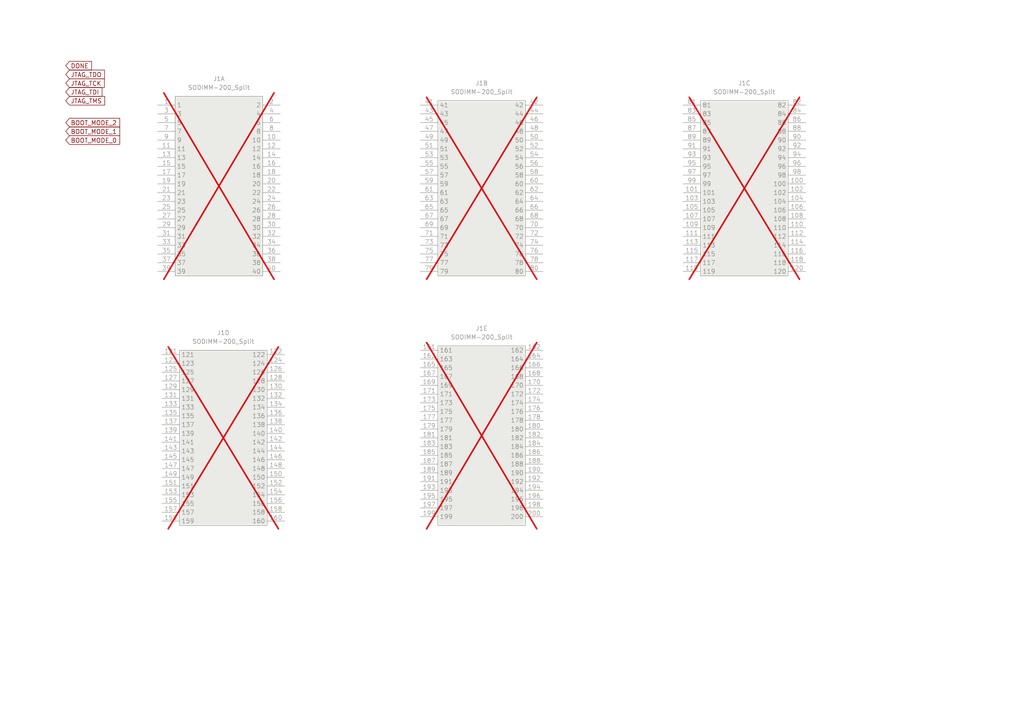
<source format=kicad_sch>
(kicad_sch (version 20250114) (generator "eeschema") (generator_version "9.0")
  (paper "A4")
  (lib_symbols
    (symbol "Connector:SODIMM-200_Split"
      (property "Reference" "J" (at 0 1.27 0))
      (property "Value" "SODIMM-200_Split" (at 0 -1.27 0))
      (symbol "SODIMM-200_Split_1_1"
        (rectangle (start -12.7 25.4) (end 12.7 -26.67) (fill (type background)))
        (pin passive line (at -17.78 22.86 0) (length 5.08) (name "1") (number "1"))
        (pin passive line (at -17.78 20.32 0) (length 5.08) (name "3") (number "3"))
        (pin passive line (at -17.78 17.78 0) (length 5.08) (name "5") (number "5"))
        (pin passive line (at -17.78 15.24 0) (length 5.08) (name "7") (number "7"))
        (pin passive line (at -17.78 12.7 0) (length 5.08) (name "9") (number "9"))
        (pin passive line (at -17.78 10.16 0) (length 5.08) (name "11") (number "11"))
        (pin passive line (at -17.78 7.62 0) (length 5.08) (name "13") (number "13"))
        (pin passive line (at -17.78 5.08 0) (length 5.08) (name "15") (number "15"))
        (pin passive line (at -17.78 2.54 0) (length 5.08) (name "17") (number "17"))
        (pin passive line (at -17.78 0 0) (length 5.08) (name "19") (number "19"))
        (pin passive line (at -17.78 -2.54 0) (length 5.08) (name "21") (number "21"))
        (pin passive line (at -17.78 -5.08 0) (length 5.08) (name "23") (number "23"))
        (pin passive line (at -17.78 -7.62 0) (length 5.08) (name "25") (number "25"))
        (pin passive line (at -17.78 -10.16 0) (length 5.08) (name "27") (number "27"))
        (pin passive line (at -17.78 -12.7 0) (length 5.08) (name "29") (number "29"))
        (pin passive line (at -17.78 -15.24 0) (length 5.08) (name "31") (number "31"))
        (pin passive line (at -17.78 -17.78 0) (length 5.08) (name "33") (number "33"))
        (pin passive line (at -17.78 -20.32 0) (length 5.08) (name "35") (number "35"))
        (pin passive line (at -17.78 -22.86 0) (length 5.08) (name "37") (number "37"))
        (pin passive line (at -17.78 -25.4 0) (length 5.08) (name "39") (number "39"))
        (pin passive line (at 17.78 22.86 180) (length 5.08) (name "2") (number "2"))
        (pin passive line (at 17.78 20.32 180) (length 5.08) (name "4") (number "4"))
        (pin passive line (at 17.78 17.78 180) (length 5.08) (name "6") (number "6"))
        (pin passive line (at 17.78 15.24 180) (length 5.08) (name "8") (number "8"))
        (pin passive line (at 17.78 12.7 180) (length 5.08) (name "10") (number "10"))
        (pin passive line (at 17.78 10.16 180) (length 5.08) (name "12") (number "12"))
        (pin passive line (at 17.78 7.62 180) (length 5.08) (name "14") (number "14"))
        (pin passive line (at 17.78 5.08 180) (length 5.08) (name "16") (number "16"))
        (pin passive line (at 17.78 2.54 180) (length 5.08) (name "18") (number "18"))
        (pin passive line (at 17.78 0 180) (length 5.08) (name "20") (number "20"))
        (pin passive line (at 17.78 -2.54 180) (length 5.08) (name "22") (number "22"))
        (pin passive line (at 17.78 -5.08 180) (length 5.08) (name "24") (number "24"))
        (pin passive line (at 17.78 -7.62 180) (length 5.08) (name "26") (number "26"))
        (pin passive line (at 17.78 -10.16 180) (length 5.08) (name "28") (number "28"))
        (pin passive line (at 17.78 -12.7 180) (length 5.08) (name "30") (number "30"))
        (pin passive line (at 17.78 -15.24 180) (length 5.08) (name "32") (number "32"))
        (pin passive line (at 17.78 -17.78 180) (length 5.08) (name "34") (number "34"))
        (pin passive line (at 17.78 -20.32 180) (length 5.08) (name "36") (number "36"))
        (pin passive line (at 17.78 -22.86 180) (length 5.08) (name "38") (number "38"))
        (pin passive line (at 17.78 -25.4 180) (length 5.08) (name "40") (number "40"))
      )
      (symbol "SODIMM-200_Split_2_1"
        (rectangle (start -12.7 -26.67) (end 12.7 24.13) (fill (type background)))
        (pin passive line (at -17.78 22.86 0) (length 5.08) (name "41") (number "41"))
        (pin passive line (at -17.78 20.32 0) (length 5.08) (name "43") (number "43"))
        (pin passive line (at -17.78 17.78 0) (length 5.08) (name "45") (number "45"))
        (pin passive line (at -17.78 15.24 0) (length 5.08) (name "47") (number "47"))
        (pin passive line (at -17.78 12.7 0) (length 5.08) (name "49") (number "49"))
        (pin passive line (at -17.78 10.16 0) (length 5.08) (name "51") (number "51"))
        (pin passive line (at -17.78 7.62 0) (length 5.08) (name "53") (number "53"))
        (pin passive line (at -17.78 5.08 0) (length 5.08) (name "55") (number "55"))
        (pin passive line (at -17.78 2.54 0) (length 5.08) (name "57") (number "57"))
        (pin passive line (at -17.78 0 0) (length 5.08) (name "59") (number "59"))
        (pin passive line (at -17.78 -2.54 0) (length 5.08) (name "61") (number "61"))
        (pin passive line (at -17.78 -5.08 0) (length 5.08) (name "63") (number "63"))
        (pin passive line (at -17.78 -7.62 0) (length 5.08) (name "65") (number "65"))
        (pin passive line (at -17.78 -10.16 0) (length 5.08) (name "67") (number "67"))
        (pin passive line (at -17.78 -12.7 0) (length 5.08) (name "69") (number "69"))
        (pin passive line (at -17.78 -15.24 0) (length 5.08) (name "71") (number "71"))
        (pin passive line (at -17.78 -17.78 0) (length 5.08) (name "73") (number "73"))
        (pin passive line (at -17.78 -20.32 0) (length 5.08) (name "75") (number "75"))
        (pin passive line (at -17.78 -22.86 0) (length 5.08) (name "77") (number "77"))
        (pin passive line (at -17.78 -25.4 0) (length 5.08) (name "79") (number "79"))
        (pin passive line (at 17.78 22.86 180) (length 5.08) (name "42") (number "42"))
        (pin passive line (at 17.78 20.32 180) (length 5.08) (name "44") (number "44"))
        (pin passive line (at 17.78 17.78 180) (length 5.08) (name "46") (number "46"))
        (pin passive line (at 17.78 15.24 180) (length 5.08) (name "48") (number "48"))
        (pin passive line (at 17.78 12.7 180) (length 5.08) (name "50") (number "50"))
        (pin passive line (at 17.78 10.16 180) (length 5.08) (name "52") (number "52"))
        (pin passive line (at 17.78 7.62 180) (length 5.08) (name "54") (number "54"))
        (pin passive line (at 17.78 5.08 180) (length 5.08) (name "56") (number "56"))
        (pin passive line (at 17.78 2.54 180) (length 5.08) (name "58") (number "58"))
        (pin passive line (at 17.78 0 180) (length 5.08) (name "60") (number "60"))
        (pin passive line (at 17.78 -2.54 180) (length 5.08) (name "62") (number "62"))
        (pin passive line (at 17.78 -5.08 180) (length 5.08) (name "64") (number "64"))
        (pin passive line (at 17.78 -7.62 180) (length 5.08) (name "66") (number "66"))
        (pin passive line (at 17.78 -10.16 180) (length 5.08) (name "68") (number "68"))
        (pin passive line (at 17.78 -12.7 180) (length 5.08) (name "70") (number "70"))
        (pin passive line (at 17.78 -15.24 180) (length 5.08) (name "72") (number "72"))
        (pin passive line (at 17.78 -17.78 180) (length 5.08) (name "74") (number "74"))
        (pin passive line (at 17.78 -20.32 180) (length 5.08) (name "76") (number "76"))
        (pin passive line (at 17.78 -22.86 180) (length 5.08) (name "78") (number "78"))
        (pin passive line (at 17.78 -25.4 180) (length 5.08) (name "80") (number "80"))
      )
      (symbol "SODIMM-200_Split_3_1"
        (rectangle (start -12.7 24.13) (end 12.7 -26.67) (fill (type background)))
        (pin passive line (at -17.78 22.86 0) (length 5.08) (name "81") (number "81"))
        (pin passive line (at -17.78 20.32 0) (length 5.08) (name "83") (number "83"))
        (pin passive line (at -17.78 17.78 0) (length 5.08) (name "85") (number "85"))
        (pin passive line (at -17.78 15.24 0) (length 5.08) (name "87") (number "87"))
        (pin passive line (at -17.78 12.7 0) (length 5.08) (name "89") (number "89"))
        (pin passive line (at -17.78 10.16 0) (length 5.08) (name "91") (number "91"))
        (pin passive line (at -17.78 7.62 0) (length 5.08) (name "93") (number "93"))
        (pin passive line (at -17.78 5.08 0) (length 5.08) (name "95") (number "95"))
        (pin passive line (at -17.78 2.54 0) (length 5.08) (name "97") (number "97"))
        (pin passive line (at -17.78 0 0) (length 5.08) (name "99") (number "99"))
        (pin passive line (at -17.78 -2.54 0) (length 5.08) (name "101") (number "101"))
        (pin passive line (at -17.78 -5.08 0) (length 5.08) (name "103") (number "103"))
        (pin passive line (at -17.78 -7.62 0) (length 5.08) (name "105") (number "105"))
        (pin passive line (at -17.78 -10.16 0) (length 5.08) (name "107") (number "107"))
        (pin passive line (at -17.78 -12.7 0) (length 5.08) (name "109") (number "109"))
        (pin passive line (at -17.78 -15.24 0) (length 5.08) (name "111") (number "111"))
        (pin passive line (at -17.78 -17.78 0) (length 5.08) (name "113") (number "113"))
        (pin passive line (at -17.78 -20.32 0) (length 5.08) (name "115") (number "115"))
        (pin passive line (at -17.78 -22.86 0) (length 5.08) (name "117") (number "117"))
        (pin passive line (at -17.78 -25.4 0) (length 5.08) (name "119") (number "119"))
        (pin passive line (at 17.78 22.86 180) (length 5.08) (name "82") (number "82"))
        (pin passive line (at 17.78 20.32 180) (length 5.08) (name "84") (number "84"))
        (pin passive line (at 17.78 17.78 180) (length 5.08) (name "86") (number "86"))
        (pin passive line (at 17.78 15.24 180) (length 5.08) (name "88") (number "88"))
        (pin passive line (at 17.78 12.7 180) (length 5.08) (name "90") (number "90"))
        (pin passive line (at 17.78 10.16 180) (length 5.08) (name "92") (number "92"))
        (pin passive line (at 17.78 7.62 180) (length 5.08) (name "94") (number "94"))
        (pin passive line (at 17.78 5.08 180) (length 5.08) (name "96") (number "96"))
        (pin passive line (at 17.78 2.54 180) (length 5.08) (name "98") (number "98"))
        (pin passive line (at 17.78 0 180) (length 5.08) (name "100") (number "100"))
        (pin passive line (at 17.78 -2.54 180) (length 5.08) (name "102") (number "102"))
        (pin passive line (at 17.78 -5.08 180) (length 5.08) (name "104") (number "104"))
        (pin passive line (at 17.78 -7.62 180) (length 5.08) (name "106") (number "106"))
        (pin passive line (at 17.78 -10.16 180) (length 5.08) (name "108") (number "108"))
        (pin passive line (at 17.78 -12.7 180) (length 5.08) (name "110") (number "110"))
        (pin passive line (at 17.78 -15.24 180) (length 5.08) (name "112") (number "112"))
        (pin passive line (at 17.78 -17.78 180) (length 5.08) (name "114") (number "114"))
        (pin passive line (at 17.78 -20.32 180) (length 5.08) (name "116") (number "116"))
        (pin passive line (at 17.78 -22.86 180) (length 5.08) (name "118") (number "118"))
        (pin passive line (at 17.78 -25.4 180) (length 5.08) (name "120") (number "120"))
      )
      (symbol "SODIMM-200_Split_4_1"
        (rectangle (start -12.7 24.13) (end 12.7 -26.67) (fill (type background)))
        (pin passive line (at -17.78 22.86 0) (length 5.08) (name "121") (number "121"))
        (pin passive line (at -17.78 20.32 0) (length 5.08) (name "123") (number "123"))
        (pin passive line (at -17.78 17.78 0) (length 5.08) (name "125") (number "125"))
        (pin passive line (at -17.78 15.24 0) (length 5.08) (name "127") (number "127"))
        (pin passive line (at -17.78 12.7 0) (length 5.08) (name "129") (number "129"))
        (pin passive line (at -17.78 10.16 0) (length 5.08) (name "131") (number "131"))
        (pin passive line (at -17.78 7.62 0) (length 5.08) (name "133") (number "133"))
        (pin passive line (at -17.78 5.08 0) (length 5.08) (name "135") (number "135"))
        (pin passive line (at -17.78 2.54 0) (length 5.08) (name "137") (number "137"))
        (pin passive line (at -17.78 0 0) (length 5.08) (name "139") (number "139"))
        (pin passive line (at -17.78 -2.54 0) (length 5.08) (name "141") (number "141"))
        (pin passive line (at -17.78 -5.08 0) (length 5.08) (name "143") (number "143"))
        (pin passive line (at -17.78 -7.62 0) (length 5.08) (name "145") (number "145"))
        (pin passive line (at -17.78 -10.16 0) (length 5.08) (name "147") (number "147"))
        (pin passive line (at -17.78 -12.7 0) (length 5.08) (name "149") (number "149"))
        (pin passive line (at -17.78 -15.24 0) (length 5.08) (name "151") (number "151"))
        (pin passive line (at -17.78 -17.78 0) (length 5.08) (name "153") (number "153"))
        (pin passive line (at -17.78 -20.32 0) (length 5.08) (name "155") (number "155"))
        (pin passive line (at -17.78 -22.86 0) (length 5.08) (name "157") (number "157"))
        (pin passive line (at -17.78 -25.4 0) (length 5.08) (name "159") (number "159"))
        (pin passive line (at 17.78 22.86 180) (length 5.08) (name "122") (number "122"))
        (pin passive line (at 17.78 20.32 180) (length 5.08) (name "124") (number "124"))
        (pin passive line (at 17.78 17.78 180) (length 5.08) (name "126") (number "126"))
        (pin passive line (at 17.78 15.24 180) (length 5.08) (name "128") (number "128"))
        (pin passive line (at 17.78 12.7 180) (length 5.08) (name "130") (number "130"))
        (pin passive line (at 17.78 10.16 180) (length 5.08) (name "132") (number "132"))
        (pin passive line (at 17.78 7.62 180) (length 5.08) (name "134") (number "134"))
        (pin passive line (at 17.78 5.08 180) (length 5.08) (name "136") (number "136"))
        (pin passive line (at 17.78 2.54 180) (length 5.08) (name "138") (number "138"))
        (pin passive line (at 17.78 0 180) (length 5.08) (name "140") (number "140"))
        (pin passive line (at 17.78 -2.54 180) (length 5.08) (name "142") (number "142"))
        (pin passive line (at 17.78 -5.08 180) (length 5.08) (name "144") (number "144"))
        (pin passive line (at 17.78 -7.62 180) (length 5.08) (name "146") (number "146"))
        (pin passive line (at 17.78 -10.16 180) (length 5.08) (name "148") (number "148"))
        (pin passive line (at 17.78 -12.7 180) (length 5.08) (name "150") (number "150"))
        (pin passive line (at 17.78 -15.24 180) (length 5.08) (name "152") (number "152"))
        (pin passive line (at 17.78 -17.78 180) (length 5.08) (name "154") (number "154"))
        (pin passive line (at 17.78 -20.32 180) (length 5.08) (name "156") (number "156"))
        (pin passive line (at 17.78 -22.86 180) (length 5.08) (name "158") (number "158"))
        (pin passive line (at 17.78 -25.4 180) (length 5.08) (name "160") (number "160"))
      )
      (symbol "SODIMM-200_Split_5_1"
        (rectangle (start -12.7 24.13) (end 12.7 -27.94) (fill (type background)))
        (pin passive line (at -17.78 22.86 0) (length 5.08) (name "161") (number "161"))
        (pin passive line (at -17.78 20.32 0) (length 5.08) (name "163") (number "163"))
        (pin passive line (at -17.78 17.78 0) (length 5.08) (name "165") (number "165"))
        (pin passive line (at -17.78 15.24 0) (length 5.08) (name "167") (number "167"))
        (pin passive line (at -17.78 12.7 0) (length 5.08) (name "169") (number "169"))
        (pin passive line (at -17.78 10.16 0) (length 5.08) (name "171") (number "171"))
        (pin passive line (at -17.78 7.62 0) (length 5.08) (name "173") (number "173"))
        (pin passive line (at -17.78 5.08 0) (length 5.08) (name "175") (number "175"))
        (pin passive line (at -17.78 2.54 0) (length 5.08) (name "177") (number "177"))
        (pin passive line (at -17.78 0 0) (length 5.08) (name "179") (number "179"))
        (pin passive line (at -17.78 -2.54 0) (length 5.08) (name "181") (number "181"))
        (pin passive line (at -17.78 -5.08 0) (length 5.08) (name "183") (number "183"))
        (pin passive line (at -17.78 -7.62 0) (length 5.08) (name "185") (number "185"))
        (pin passive line (at -17.78 -10.16 0) (length 5.08) (name "187") (number "187"))
        (pin passive line (at -17.78 -12.7 0) (length 5.08) (name "189") (number "189"))
        (pin passive line (at -17.78 -15.24 0) (length 5.08) (name "191") (number "191"))
        (pin passive line (at -17.78 -17.78 0) (length 5.08) (name "193") (number "193"))
        (pin passive line (at -17.78 -20.32 0) (length 5.08) (name "195") (number "195"))
        (pin passive line (at -17.78 -22.86 0) (length 5.08) (name "197") (number "197"))
        (pin passive line (at -17.78 -25.4 0) (length 5.08) (name "199") (number "199"))
        (pin passive line (at 17.78 22.86 180) (length 5.08) (name "162") (number "162"))
        (pin passive line (at 17.78 20.32 180) (length 5.08) (name "164") (number "164"))
        (pin passive line (at 17.78 17.78 180) (length 5.08) (name "166") (number "166"))
        (pin passive line (at 17.78 15.24 180) (length 5.08) (name "168") (number "168"))
        (pin passive line (at 17.78 12.7 180) (length 5.08) (name "170") (number "170"))
        (pin passive line (at 17.78 10.16 180) (length 5.08) (name "172") (number "172"))
        (pin passive line (at 17.78 7.62 180) (length 5.08) (name "174") (number "174"))
        (pin passive line (at 17.78 5.08 180) (length 5.08) (name "176") (number "176"))
        (pin passive line (at 17.78 2.54 180) (length 5.08) (name "178") (number "178"))
        (pin passive line (at 17.78 0 180) (length 5.08) (name "180") (number "180"))
        (pin passive line (at 17.78 -2.54 180) (length 5.08) (name "182") (number "182"))
        (pin passive line (at 17.78 -5.08 180) (length 5.08) (name "184") (number "184"))
        (pin passive line (at 17.78 -7.62 180) (length 5.08) (name "186") (number "186"))
        (pin passive line (at 17.78 -10.16 180) (length 5.08) (name "188") (number "188"))
        (pin passive line (at 17.78 -12.7 180) (length 5.08) (name "190") (number "190"))
        (pin passive line (at 17.78 -15.24 180) (length 5.08) (name "192") (number "192"))
        (pin passive line (at 17.78 -17.78 180) (length 5.08) (name "194") (number "194"))
        (pin passive line (at 17.78 -20.32 180) (length 5.08) (name "196") (number "196"))
        (pin passive line (at 17.78 -22.86 180) (length 5.08) (name "198") (number "198"))
        (pin passive line (at 17.78 -25.4 180) (length 5.08) (name "200") (number "200"))
      )
    )
  )
  (global_label "JTAG_TDI" (shape input) (at 19.05 26.67 0) (property "Intersheetrefs" "${INTERSHEET_REFS}" (effects (hide yes))))
  (global_label "BOOT_MODE_2" (shape input) (at 19.05 35.56 0) (property "Intersheetrefs" "${INTERSHEET_REFS}" (effects (hide yes))))
  (global_label "JTAG_TCK" (shape input) (at 19.05 24.13 0) (property "Intersheetrefs" "${INTERSHEET_REFS}" (effects (hide yes))))
  (global_label "BOOT_MODE_1" (shape input) (at 19.05 38.1 0) (property "Intersheetrefs" "${INTERSHEET_REFS}" (effects (hide yes))))
  (global_label "JTAG_TDO" (shape input) (at 19.05 21.59 0) (property "Intersheetrefs" "${INTERSHEET_REFS}" (effects (hide yes))))
  (global_label "BOOT_MODE_0" (shape input) (at 19.05 40.64 0) (property "Intersheetrefs" "${INTERSHEET_REFS}" (effects (hide yes))))
  (global_label "DONE" (shape input) (at 19.05 19.05 0) (property "Intersheetrefs" "${INTERSHEET_REFS}" (effects (hide yes))))
  (global_label "JTAG_TMS" (shape input) (at 19.05 29.21 0) (property "Intersheetrefs" "${INTERSHEET_REFS}" (effects (hide yes))))
  (symbol (lib_id "Connector:SODIMM-200_Split") (at 139.7 53.34 0) (unit 2) (dnp yes)
    (property "Reference" "J1" (at 139.7 24.13 0))
    (property "Value" "SODIMM-200_Split" (at 139.7 26.67 0))
    (property "Footprint" "Connector_PCBEdge:SODIMM-200_1.8V_Card_edge" (effects (hide yes)))
    (property "Description" "SODIMM 200 Pin socket" (effects (hide yes)))
    (property "Manufacturer" "TE Connectivity " (effects (hide yes)))
    (property "MPN" "1473005-4 " (effects (hide yes)))
  )
  (symbol (lib_id "Connector:SODIMM-200_Split") (at 64.77 125.73 0) (unit 4) (dnp yes)
    (property "Reference" "J1" (at 64.77 96.52 0))
    (property "Value" "SODIMM-200_Split" (at 64.77 99.06 0))
    (property "Footprint" "Connector_PCBEdge:SODIMM-200_1.8V_Card_edge" (effects (hide yes)))
    (property "Description" "SODIMM 200 Pin socket" (effects (hide yes)))
    (property "Manufacturer" "TE Connectivity " (effects (hide yes)))
    (property "MPN" "1473005-4 " (effects (hide yes)))
  )
  (symbol (lib_id "Connector:SODIMM-200_Split") (at 139.7 124.46 0) (unit 5) (dnp yes)
    (property "Reference" "J1" (at 139.7 95.25 0))
    (property "Value" "SODIMM-200_Split" (at 139.7 97.79 0))
    (property "Footprint" "Connector_PCBEdge:SODIMM-200_1.8V_Card_edge" (effects (hide yes)))
    (property "Description" "SODIMM 200 Pin socket" (effects (hide yes)))
    (property "Manufacturer" "TE Connectivity " (effects (hide yes)))
    (property "MPN" "1473005-4 " (effects (hide yes)))
  )
  (symbol (lib_id "Connector:SODIMM-200_Split") (at 215.9 53.34 0) (unit 3) (dnp yes)
    (property "Reference" "J1" (at 215.9 24.13 0))
    (property "Value" "SODIMM-200_Split" (at 215.9 26.67 0))
    (property "Footprint" "Connector_PCBEdge:SODIMM-200_1.8V_Card_edge" (effects (hide yes)))
    (property "Description" "SODIMM 200 Pin socket" (effects (hide yes)))
    (property "Manufacturer" "TE Connectivity " (effects (hide yes)))
    (property "MPN" "1473005-4 " (effects (hide yes)))
  )
  (symbol (lib_id "Connector:SODIMM-200_Split") (at 63.5 53.34 0) (unit 1) (dnp yes)
    (property "Reference" "J1" (at 63.5 22.86 0))
    (property "Value" "SODIMM-200_Split" (at 63.5 25.4 0))
    (property "Footprint" "Connector_PCBEdge:SODIMM-200_1.8V_Card_edge" (effects (hide yes)))
    (property "Description" "SODIMM 200 Pin socket" (effects (hide yes)))
    (property "Manufacturer" "TE Connectivity " (effects (hide yes)))
    (property "MPN" "1473005-4 " (effects (hide yes)))
  )
)
</source>
